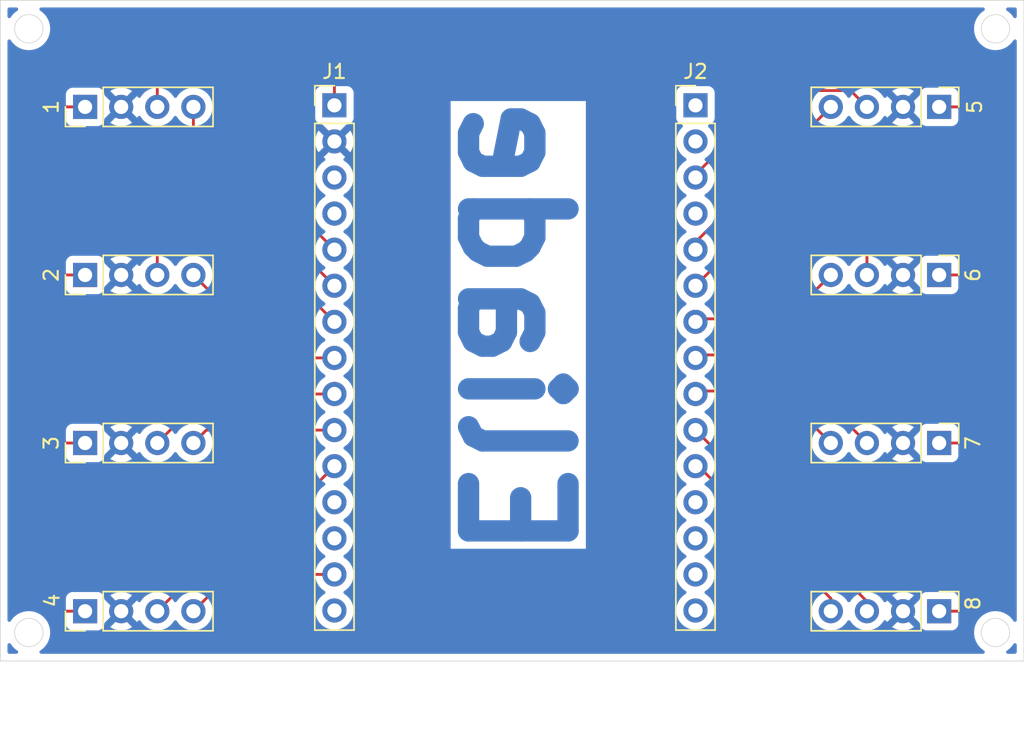
<source format=kicad_pcb>
(kicad_pcb (version 20241229) (generator "pcbnew") (generator_version "9.0")
  (layers (0 "F.Cu" jumper) (2 "B.Cu" signal) (13 "F.Paste" user) (15 "B.Paste" user) (5 "F.SilkS" user "F.Silkscreen") (7 "B.SilkS" user "B.Silkscreen") (1 "F.Mask" user) (3 "B.Mask" user) (25 "Edge.Cuts" user))
  (net 0 "")
  (net 2 "Net-(J1-Pin_14)")
  (net 6 "Net-(J1-Pin_5)")
  (net 7 "Net-(J1-Pin_6)")
  (net 8 "Net-(J1-Pin_8)")
  (net 10 "Net-(J1-Pin_7)")
  (net 11 "Net-(J1-Pin_10)")
  (net 12 "Net-(J1-Pin_9)")
  (net 13 "Net-(J1-Pin_11)")
  (net 14 "Net-(J2-Pin_3)")
  (net 15 "Net-(J2-Pin_5)")
  (net 16 "Net-(J2-Pin_6)")
  (net 22 "Net-(J2-Pin_8)")
  (net 23 "Net-(J2-Pin_9)")
  (net 24 "Net-(J2-Pin_7)")
  (net 25 "Net-(J2-Pin_10)")
  (net 28 "Net-(J2-Pin_11)")
  (net 29 "Net-(J1-Pin_2)")
  (net 30 "Net-(J1-Pin_1)")
  (footprint "Connector_PinHeader_2.54mm:PinHeader_1x04_P2.54mm_Vertical" (layer "F.Cu") (at 192.54 96.5 -90)
    (property "Reference" "8" (at -0.55 -2.38 90) (layer "F.SilkS"))
    (property "Value" "Conn_01x04_Pin")
    (fp_line (start -1.38 9) (end 1.38 9) (stroke (width 0.12)) (layer "F.SilkS"))
    (fp_line (start -1.38 1.27) (end -1.38 9) (stroke (width 0.12)) (layer "F.SilkS"))
    (fp_line (start -1.38 1.27) (end 1.38 1.27) (stroke (width 0.12)) (layer "F.SilkS"))
    (fp_line (start 1.38 1.27) (end 1.38 9) (stroke (width 0.12)) (layer "F.SilkS"))
    (fp_line (start -1.38 0) (end -1.38 -1.38) (stroke (width 0.12)) (layer "F.SilkS"))
    (fp_line (start -1.38 -1.38) (end 0 -1.38) (stroke (width 0.12)) (layer "F.SilkS"))
    (pad "1" thru_hole rect (at 0 0 270) (size 1.7 1.7) (drill 1) (layers "*.Cu" "*.Mask") (net 30 "Net-(J1-Pin_1)"))
    (pad "2" thru_hole circle (at 0 2.54 270) (size 1.7 1.7) (drill 1) (layers "*.Cu" "*.Mask") (net 29 "Net-(J1-Pin_2)"))
    (pad "3" thru_hole circle (at 0 5.08 270) (size 1.7 1.7) (drill 1) (layers "*.Cu" "*.Mask") (net 25 "Net-(J2-Pin_10)"))
    (pad "4" thru_hole circle (at 0 7.62 270) (size 1.7 1.7) (drill 1) (layers "*.Cu" "*.Mask") (net 28 "Net-(J2-Pin_11)"))
  )
  (footprint "Connector_PinHeader_2.54mm:PinHeader_1x04_P2.54mm_Vertical" (layer "F.Cu") (at 132.46 96.5 90)
    (property "Reference" "4" (at 0.75 -2.31 90) (layer "F.SilkS"))
    (property "Value" "Conn_01x04_Pin")
    (fp_line (start -1.38 -1.38) (end 0 -1.38) (stroke (width 0.12)) (layer "F.SilkS"))
    (fp_line (start -1.38 0) (end -1.38 -1.38) (stroke (width 0.12)) (layer "F.SilkS"))
    (fp_line (start 1.38 1.27) (end 1.38 9) (stroke (width 0.12)) (layer "F.SilkS"))
    (fp_line (start -1.38 1.27) (end 1.38 1.27) (stroke (width 0.12)) (layer "F.SilkS"))
    (fp_line (start -1.38 1.27) (end -1.38 9) (stroke (width 0.12)) (layer "F.SilkS"))
    (fp_line (start -1.38 9) (end 1.38 9) (stroke (width 0.12)) (layer "F.SilkS"))
    (pad "1" thru_hole rect (at 0 0 90) (size 1.7 1.7) (drill 1) (layers "*.Cu" "*.Mask") (net 30 "Net-(J1-Pin_1)"))
    (pad "2" thru_hole circle (at 0 2.54 90) (size 1.7 1.7) (drill 1) (layers "*.Cu" "*.Mask") (net 29 "Net-(J1-Pin_2)"))
    (pad "3" thru_hole circle (at 0 5.08 90) (size 1.7 1.7) (drill 1) (layers "*.Cu" "*.Mask") (net 13 "Net-(J1-Pin_11)"))
    (pad "4" thru_hole circle (at 0 7.62 90) (size 1.7 1.7) (drill 1) (layers "*.Cu" "*.Mask") (net 2 "Net-(J1-Pin_14)"))
  )
  (footprint "Connector_PinHeader_2.54mm:PinHeader_1x04_P2.54mm_Vertical" (layer "F.Cu") (at 132.46 72.83 90)
    (property "Reference" "2" (at 0 -2.38 90) (layer "F.SilkS"))
    (property "Value" "Conn_01x04_Pin")
    (fp_line (start -1.38 -1.38) (end 0 -1.38) (stroke (width 0.12)) (layer "F.SilkS"))
    (fp_line (start -1.38 0) (end -1.38 -1.38) (stroke (width 0.12)) (layer "F.SilkS"))
    (fp_line (start 1.38 1.27) (end 1.38 9) (stroke (width 0.12)) (layer "F.SilkS"))
    (fp_line (start -1.38 1.27) (end 1.38 1.27) (stroke (width 0.12)) (layer "F.SilkS"))
    (fp_line (start -1.38 1.27) (end -1.38 9) (stroke (width 0.12)) (layer "F.SilkS"))
    (fp_line (start -1.38 9) (end 1.38 9) (stroke (width 0.12)) (layer "F.SilkS"))
    (pad "1" thru_hole rect (at 0 0 90) (size 1.7 1.7) (drill 1) (layers "*.Cu" "*.Mask") (net 30 "Net-(J1-Pin_1)"))
    (pad "2" thru_hole circle (at 0 2.54 90) (size 1.7 1.7) (drill 1) (layers "*.Cu" "*.Mask") (net 29 "Net-(J1-Pin_2)"))
    (pad "3" thru_hole circle (at 0 5.08 90) (size 1.7 1.7) (drill 1) (layers "*.Cu" "*.Mask") (net 10 "Net-(J1-Pin_7)"))
    (pad "4" thru_hole circle (at 0 7.62 90) (size 1.7 1.7) (drill 1) (layers "*.Cu" "*.Mask") (net 8 "Net-(J1-Pin_8)"))
  )
  (footprint "Connector_PinHeader_2.54mm:PinHeader_1x04_P2.54mm_Vertical" (layer "F.Cu") (at 192.54 84.66 -90)
    (property "Reference" "7" (at 0 -2.38 90) (layer "F.SilkS"))
    (property "Value" "Conn_01x04_Pin")
    (fp_line (start -1.38 9) (end 1.38 9) (stroke (width 0.12)) (layer "F.SilkS"))
    (fp_line (start -1.38 1.27) (end -1.38 9) (stroke (width 0.12)) (layer "F.SilkS"))
    (fp_line (start -1.38 1.27) (end 1.38 1.27) (stroke (width 0.12)) (layer "F.SilkS"))
    (fp_line (start 1.38 1.27) (end 1.38 9) (stroke (width 0.12)) (layer "F.SilkS"))
    (fp_line (start -1.38 0) (end -1.38 -1.38) (stroke (width 0.12)) (layer "F.SilkS"))
    (fp_line (start -1.38 -1.38) (end 0 -1.38) (stroke (width 0.12)) (layer "F.SilkS"))
    (pad "1" thru_hole rect (at 0 0 270) (size 1.7 1.7) (drill 1) (layers "*.Cu" "*.Mask") (net 30 "Net-(J1-Pin_1)"))
    (pad "2" thru_hole circle (at 0 2.54 270) (size 1.7 1.7) (drill 1) (layers "*.Cu" "*.Mask") (net 29 "Net-(J1-Pin_2)"))
    (pad "3" thru_hole circle (at 0 5.08 270) (size 1.7 1.7) (drill 1) (layers "*.Cu" "*.Mask") (net 22 "Net-(J2-Pin_8)"))
    (pad "4" thru_hole circle (at 0 7.62 270) (size 1.7 1.7) (drill 1) (layers "*.Cu" "*.Mask") (net 23 "Net-(J2-Pin_9)"))
  )
  (footprint "Connector_PinHeader_2.54mm:PinHeader_1x04_P2.54mm_Vertical" (layer "F.Cu") (at 132.46 84.66 90)
    (property "Reference" "3" (at 0 -2.38 90) (layer "F.SilkS"))
    (property "Value" "Conn_01x04_Pin")
    (fp_line (start -1.38 -1.38) (end 0 -1.38) (stroke (width 0.12)) (layer "F.SilkS"))
    (fp_line (start -1.38 0) (end -1.38 -1.38) (stroke (width 0.12)) (layer "F.SilkS"))
    (fp_line (start 1.38 1.27) (end 1.38 9) (stroke (width 0.12)) (layer "F.SilkS"))
    (fp_line (start -1.38 1.27) (end 1.38 1.27) (stroke (width 0.12)) (layer "F.SilkS"))
    (fp_line (start -1.38 1.27) (end -1.38 9) (stroke (width 0.12)) (layer "F.SilkS"))
    (fp_line (start -1.38 9) (end 1.38 9) (stroke (width 0.12)) (layer "F.SilkS"))
    (pad "1" thru_hole rect (at 0 0 90) (size 1.7 1.7) (drill 1) (layers "*.Cu" "*.Mask") (net 30 "Net-(J1-Pin_1)"))
    (pad "2" thru_hole circle (at 0 2.54 90) (size 1.7 1.7) (drill 1) (layers "*.Cu" "*.Mask") (net 29 "Net-(J1-Pin_2)"))
    (pad "3" thru_hole circle (at 0 5.08 90) (size 1.7 1.7) (drill 1) (layers "*.Cu" "*.Mask") (net 12 "Net-(J1-Pin_9)"))
    (pad "4" thru_hole circle (at 0 7.62 90) (size 1.7 1.7) (drill 1) (layers "*.Cu" "*.Mask") (net 11 "Net-(J1-Pin_10)"))
  )
  (footprint "Connector_PinHeader_2.54mm:PinHeader_1x15_P2.54mm_Vertical" (layer "F.Cu") (at 150 60.89)
    (property "Reference" "J1" (at 0 -2.38 0) (layer "F.SilkS"))
    (property "Value" "Conn_01x16_Pin")
    (fp_line (start -1.38 -1.38) (end 0 -1.38) (stroke (width 0.12)) (layer "F.SilkS"))
    (fp_line (start -1.38 0) (end -1.38 -1.38) (stroke (width 0.12)) (layer "F.SilkS"))
    (fp_line (start -1.38 1.27) (end -1.38 36.94) (stroke (width 0.12)) (layer "F.SilkS"))
    (fp_line (start -1.38 1.27) (end 1.38 1.27) (stroke (width 0.12)) (layer "F.SilkS"))
    (fp_line (start -1.38 36.94) (end 1.38 36.94) (stroke (width 0.12)) (layer "F.SilkS"))
    (fp_line (start 1.38 1.27) (end 1.38 36.94) (stroke (width 0.12)) (layer "F.SilkS"))
    (pad "1" thru_hole rect (at 0 0) (size 1.7 1.7) (drill 1) (layers "*.Cu" "*.Mask") (net 30 "Net-(J1-Pin_1)"))
    (pad "2" thru_hole circle (at 0 2.54) (size 1.7 1.7) (drill 1) (layers "*.Cu" "*.Mask") (net 29 "Net-(J1-Pin_2)"))
    (pad "3" thru_hole circle (at 0 5.08) (size 1.7 1.7) (drill 1) (layers "*.Cu" "*.Mask"))
    (pad "4" thru_hole circle (at 0 7.62) (size 1.7 1.7) (drill 1) (layers "*.Cu" "*.Mask"))
    (pad "5" thru_hole circle (at 0 10.16) (size 1.7 1.7) (drill 1) (layers "*.Cu" "*.Mask") (net 6 "Net-(J1-Pin_5)"))
    (pad "6" thru_hole circle (at 0 12.7) (size 1.7 1.7) (drill 1) (layers "*.Cu" "*.Mask") (net 7 "Net-(J1-Pin_6)"))
    (pad "7" thru_hole circle (at 0 15.24) (size 1.7 1.7) (drill 1) (layers "*.Cu" "*.Mask") (net 10 "Net-(J1-Pin_7)"))
    (pad "8" thru_hole circle (at 0 17.78) (size 1.7 1.7) (drill 1) (layers "*.Cu" "*.Mask") (net 8 "Net-(J1-Pin_8)"))
    (pad "9" thru_hole circle (at 0 20.32) (size 1.7 1.7) (drill 1) (layers "*.Cu" "*.Mask") (net 12 "Net-(J1-Pin_9)"))
    (pad "10" thru_hole circle (at 0 22.86) (size 1.7 1.7) (drill 1) (layers "*.Cu" "*.Mask") (net 11 "Net-(J1-Pin_10)"))
    (pad "11" thru_hole circle (at 0 25.4) (size 1.7 1.7) (drill 1) (layers "*.Cu" "*.Mask") (net 13 "Net-(J1-Pin_11)"))
    (pad "12" thru_hole circle (at 0 27.94) (size 1.7 1.7) (drill 1) (layers "*.Cu" "*.Mask"))
    (pad "13" thru_hole circle (at 0 30.48) (size 1.7 1.7) (drill 1) (layers "*.Cu" "*.Mask"))
    (pad "14" thru_hole circle (at 0 33.02) (size 1.7 1.7) (drill 1) (layers "*.Cu" "*.Mask") (net 2 "Net-(J1-Pin_14)"))
    (pad "15" thru_hole circle (at 0 35.56) (size 1.7 1.7) (drill 1) (layers "*.Cu" "*.Mask"))
  )
  (footprint "Connector_PinHeader_2.54mm:PinHeader_1x04_P2.54mm_Vertical" (layer "F.Cu") (at 192.54 72.83 -90)
    (property "Reference" "6" (at 0 -2.38 90) (layer "F.SilkS"))
    (property "Value" "Conn_01x04_Pin")
    (fp_line (start -1.38 9) (end 1.38 9) (stroke (width 0.12)) (layer "F.SilkS"))
    (fp_line (start -1.38 1.27) (end -1.38 9) (stroke (width 0.12)) (layer "F.SilkS"))
    (fp_line (start -1.38 1.27) (end 1.38 1.27) (stroke (width 0.12)) (layer "F.SilkS"))
    (fp_line (start 1.38 1.27) (end 1.38 9) (stroke (width 0.12)) (layer "F.SilkS"))
    (fp_line (start -1.38 0) (end -1.38 -1.38) (stroke (width 0.12)) (layer "F.SilkS"))
    (fp_line (start -1.38 -1.38) (end 0 -1.38) (stroke (width 0.12)) (layer "F.SilkS"))
    (pad "1" thru_hole rect (at 0 0 270) (size 1.7 1.7) (drill 1) (layers "*.Cu" "*.Mask") (net 30 "Net-(J1-Pin_1)"))
    (pad "2" thru_hole circle (at 0 2.54 270) (size 1.7 1.7) (drill 1) (layers "*.Cu" "*.Mask") (net 29 "Net-(J1-Pin_2)"))
    (pad "3" thru_hole circle (at 0 5.08 270) (size 1.7 1.7) (drill 1) (layers "*.Cu" "*.Mask") (net 16 "Net-(J2-Pin_6)"))
    (pad "4" thru_hole circle (at 0 7.62 270) (size 1.7 1.7) (drill 1) (layers "*.Cu" "*.Mask") (net 24 "Net-(J2-Pin_7)"))
  )
  (footprint "Connector_PinHeader_2.54mm:PinHeader_1x04_P2.54mm_Vertical" (layer "F.Cu") (at 132.46 61 90)
    (property "Reference" "1" (at 0 -2.38 90) (layer "F.SilkS"))
    (property "Value" "Conn_01x04_Pin")
    (fp_line (start -1.38 -1.38) (end 0 -1.38) (stroke (width 0.12)) (layer "F.SilkS"))
    (fp_line (start -1.38 0) (end -1.38 -1.38) (stroke (width 0.12)) (layer "F.SilkS"))
    (fp_line (start 1.38 1.27) (end 1.38 9) (stroke (width 0.12)) (layer "F.SilkS"))
    (fp_line (start -1.38 1.27) (end 1.38 1.27) (stroke (width 0.12)) (layer "F.SilkS"))
    (fp_line (start -1.38 1.27) (end -1.38 9) (stroke (width 0.12)) (layer "F.SilkS"))
    (fp_line (start -1.38 9) (end 1.38 9) (stroke (width 0.12)) (layer "F.SilkS"))
    (pad "1" thru_hole rect (at 0 0 90) (size 1.7 1.7) (drill 1) (layers "*.Cu" "*.Mask") (net 30 "Net-(J1-Pin_1)"))
    (pad "2" thru_hole circle (at 0 2.54 90) (size 1.7 1.7) (drill 1) (layers "*.Cu" "*.Mask") (net 29 "Net-(J1-Pin_2)"))
    (pad "3" thru_hole circle (at 0 5.08 90) (size 1.7 1.7) (drill 1) (layers "*.Cu" "*.Mask") (net 6 "Net-(J1-Pin_5)"))
    (pad "4" thru_hole circle (at 0 7.62 90) (size 1.7 1.7) (drill 1) (layers "*.Cu" "*.Mask") (net 7 "Net-(J1-Pin_6)"))
  )
  (footprint "Connector_PinHeader_2.54mm:PinHeader_1x15_P2.54mm_Vertical" (layer "F.Cu") (at 175.4 60.89)
    (property "Reference" "J2" (at 0 -2.38 0) (layer "F.SilkS"))
    (property "Value" "Conn_01x16_Pin")
    (fp_line (start -1.38 -1.38) (end 0 -1.38) (stroke (width 0.12)) (layer "F.SilkS"))
    (fp_line (start -1.38 0) (end -1.38 -1.38) (stroke (width 0.12)) (layer "F.SilkS"))
    (fp_line (start -1.38 1.27) (end -1.38 36.94) (stroke (width 0.12)) (layer "F.SilkS"))
    (fp_line (start -1.38 1.27) (end 1.38 1.27) (stroke (width 0.12)) (layer "F.SilkS"))
    (fp_line (start -1.38 36.94) (end 1.38 36.94) (stroke (width 0.12)) (layer "F.SilkS"))
    (fp_line (start 1.38 1.27) (end 1.38 36.94) (stroke (width 0.12)) (layer "F.SilkS"))
    (pad "1" thru_hole rect (at 0 0) (size 1.7 1.7) (drill 1) (layers "*.Cu" "*.Mask"))
    (pad "2" thru_hole circle (at 0 2.54) (size 1.7 1.7) (drill 1) (layers "*.Cu" "*.Mask"))
    (pad "3" thru_hole circle (at 0 5.08) (size 1.7 1.7) (drill 1) (layers "*.Cu" "*.Mask") (net 14 "Net-(J2-Pin_3)"))
    (pad "4" thru_hole circle (at 0 7.62) (size 1.7 1.7) (drill 1) (layers "*.Cu" "*.Mask"))
    (pad "5" thru_hole circle (at 0 10.16) (size 1.7 1.7) (drill 1) (layers "*.Cu" "*.Mask") (net 15 "Net-(J2-Pin_5)"))
    (pad "6" thru_hole circle (at 0 12.7) (size 1.7 1.7) (drill 1) (layers "*.Cu" "*.Mask") (net 16 "Net-(J2-Pin_6)"))
    (pad "7" thru_hole circle (at 0 15.24) (size 1.7 1.7) (drill 1) (layers "*.Cu" "*.Mask") (net 24 "Net-(J2-Pin_7)"))
    (pad "8" thru_hole circle (at 0 17.78) (size 1.7 1.7) (drill 1) (layers "*.Cu" "*.Mask") (net 22 "Net-(J2-Pin_8)"))
    (pad "9" thru_hole circle (at 0 20.32) (size 1.7 1.7) (drill 1) (layers "*.Cu" "*.Mask") (net 23 "Net-(J2-Pin_9)"))
    (pad "10" thru_hole circle (at 0 22.86) (size 1.7 1.7) (drill 1) (layers "*.Cu" "*.Mask") (net 25 "Net-(J2-Pin_10)"))
    (pad "11" thru_hole circle (at 0 25.4) (size 1.7 1.7) (drill 1) (layers "*.Cu" "*.Mask") (net 28 "Net-(J2-Pin_11)"))
    (pad "12" thru_hole circle (at 0 27.94) (size 1.7 1.7) (drill 1) (layers "*.Cu" "*.Mask"))
    (pad "13" thru_hole circle (at 0 30.48) (size 1.7 1.7) (drill 1) (layers "*.Cu" "*.Mask"))
    (pad "14" thru_hole circle (at 0 33.02) (size 1.7 1.7) (drill 1) (layers "*.Cu" "*.Mask"))
    (pad "15" thru_hole circle (at 0 35.56) (size 1.7 1.7) (drill 1) (layers "*.Cu" "*.Mask"))
  )
  (footprint "Connector_PinHeader_2.54mm:PinHeader_1x04_P2.54mm_Vertical" (layer "F.Cu") (at 192.54 61 -90)
    (property "Reference" "5" (at 0 -2.5 90) (layer "F.SilkS"))
    (property "Value" "Conn_01x04_Pin")
    (fp_line (start -1.38 9) (end 1.38 9) (stroke (width 0.12)) (layer "F.SilkS"))
    (fp_line (start -1.38 1.27) (end -1.38 9) (stroke (width 0.12)) (layer "F.SilkS"))
    (fp_line (start -1.38 1.27) (end 1.38 1.27) (stroke (width 0.12)) (layer "F.SilkS"))
    (fp_line (start 1.38 1.27) (end 1.38 9) (stroke (width 0.12)) (layer "F.SilkS"))
    (fp_line (start -1.38 0) (end -1.38 -1.38) (stroke (width 0.12)) (layer "F.SilkS"))
    (fp_line (start -1.38 -1.38) (end 0 -1.38) (stroke (width 0.12)) (layer "F.SilkS"))
    (pad "1" thru_hole rect (at 0 0 270) (size 1.7 1.7) (drill 1) (layers "*.Cu" "*.Mask") (net 30 "Net-(J1-Pin_1)"))
    (pad "2" thru_hole circle (at 0 2.54 270) (size 1.7 1.7) (drill 1) (layers "*.Cu" "*.Mask") (net 29 "Net-(J1-Pin_2)"))
    (pad "3" thru_hole circle (at 0 5.08 270) (size 1.7 1.7) (drill 1) (layers "*.Cu" "*.Mask") (net 14 "Net-(J2-Pin_3)"))
    (pad "4" thru_hole circle (at 0 7.62 270) (size 1.7 1.7) (drill 1) (layers "*.Cu" "*.Mask") (net 15 "Net-(J2-Pin_5)"))
  )
  (gr_line (start 197.5 61.1) (end 197.5 59.5) (stroke (width 0.2)) (layer "F.Cu") (net 30))
  (gr_line (start 192.5 54.5) (end 189.7 54.5) (stroke (width 0.2)) (layer "F.Cu") (net 30))
  (gr_line (start 149 54.5) (end 190.5 54.5) (stroke (width 0.2)) (layer "F.Cu") (net 30))
  (gr_line (start 127.5 61) (end 127.5 59.7) (stroke (width 0.2)) (layer "F.Cu") (net 30))
  (gr_line (start 197.5 59.5) (end 192.5 54.5) (stroke (width 0.2)) (layer "F.Cu") (net 30))
  (gr_line (start 127.5 59.7) (end 132.7 54.5) (stroke (width 0.2)) (layer "F.Cu") (net 30))
  (gr_line (start 148.1 54.5) (end 132.7 54.5) (stroke (width 0.2)) (layer "F.Cu") (net 30))
  (gr_circle (center 128.5 98) (end 129.5 98) (stroke (width 0.05)) (fill no) (layer "Edge.Cuts"))
  (gr_circle (center 196.5 98) (end 197.5 98) (stroke (width 0.05)) (fill no) (layer "Edge.Cuts"))
  (gr_circle (center 196.5 55.5) (end 197.5 55.5) (stroke (width 0.05)) (fill no) (layer "Edge.Cuts"))
  (gr_line (start 198.5 100) (end 198.5 53.5) (stroke (width 0.05)) (layer "Edge.Cuts"))
  (gr_line (start 126.5 100) (end 198.5 100) (stroke (width 0.05)) (layer "Edge.Cuts"))
  (gr_line (start 126.5 100) (end 126.5 53.5) (stroke (width 0.05)) (layer "Edge.Cuts"))
  (gr_circle (center 128.5 55.5) (end 129.5 55.5) (stroke (width 0.05)) (fill no) (layer "Edge.Cuts"))
  (gr_line (start 198.5 53.5) (end 126.5 53.5) (stroke (width 0.05)) (layer "Edge.Cuts"))
  (gr_text "Eliade" (at 158.5 93.5 270) (layer "B.Cu") (effects (font (size 7 7) (thickness 1.5) (bold yes)) (justify left bottom mirror)))
  (segment (start 140.08 96.5) (end 142.67 93.91) (width 0.2) (layer "F.Cu") (net 2))
  (segment (start 142.67 93.91) (end 150 93.91) (width 0.2) (layer "F.Cu") (net 2))
  (segment (start 145.5 57.5) (end 139 57.5) (width 0.2) (layer "F.Cu") (net 6))
  (segment (start 137.54 58.96) (end 137.54 61) (width 0.2) (layer "F.Cu") (net 6))
  (segment (start 146.5 58.5) (end 145.5 57.5) (width 0.2) (layer "F.Cu") (net 6))
  (segment (start 150 71.05) (end 146.5 67.55) (width 0.2) (layer "F.Cu") (net 6))
  (segment (start 139 57.5) (end 137.54 58.96) (width 0.2) (layer "F.Cu") (net 6))
  (segment (start 146.5 67.55) (end 146.5 58.5) (width 0.2) (layer "F.Cu") (net 6))
  (segment (start 140.08 61) (end 140.08 63.67) (width 0.2) (layer "F.Cu") (net 7))
  (segment (start 140.08 63.67) (end 150 73.59) (width 0.2) (layer "F.Cu") (net 7))
  (segment (start 140.08 72.83) (end 145.92 78.67) (width 0.2) (layer "F.Cu") (net 8))
  (segment (start 145.92 78.67) (end 150 78.67) (width 0.2) (layer "F.Cu") (net 8))
  (segment (start 137.54 69.46) (end 137.54 72.83) (width 0.2) (layer "F.Cu") (net 10))
  (segment (start 139 68) (end 137.54 69.46) (width 0.2) (layer "F.Cu") (net 10))
  (segment (start 141.87 68) (end 139 68) (width 0.2) (layer "F.Cu") (net 10))
  (segment (start 150 76.13) (end 141.87 68) (width 0.2) (layer "F.Cu") (net 10))
  (segment (start 140.08 84.66) (end 140.99 83.75) (width 0.2) (layer "F.Cu") (net 11))
  (segment (start 140.99 83.75) (end 150 83.75) (width 0.2) (layer "F.Cu") (net 11))
  (segment (start 140.99 81.21) (end 150 81.21) (width 0.2) (layer "F.Cu") (net 12))
  (segment (start 137.54 84.66) (end 140.99 81.21) (width 0.2) (layer "F.Cu") (net 12))
  (segment (start 143.821 90.219) (end 146.071 90.219) (width 0.2) (layer "F.Cu") (net 13))
  (segment (start 146.071 90.219) (end 150 86.29) (width 0.2) (layer "F.Cu") (net 13))
  (segment (start 137.54 96.5) (end 143.821 90.219) (width 0.2) (layer "F.Cu") (net 13))
  (segment (start 187.46 61) (end 186.309 59.849) (width 0.2) (layer "F.Cu") (net 14))
  (segment (start 181.311 59.849) (end 175.4 65.76) (width 0.2) (layer "F.Cu") (net 14))
  (segment (start 186.309 59.849) (end 181.311 59.849) (width 0.2) (layer "F.Cu") (net 14))
  (segment (start 175.4 70.52) (end 175.4 70.84) (width 0.2) (layer "F.Cu") (net 15))
  (segment (start 184.92 61) (end 175.4 70.52) (width 0.2) (layer "F.Cu") (net 15))
  (segment (start 187.5 68) (end 186 66.5) (width 0.2) (layer "F.Cu") (net 16))
  (segment (start 186 66.5) (end 182.49 66.5) (width 0.2) (layer "F.Cu") (net 16))
  (segment (start 187.46 68.04) (end 187.5 68) (width 0.2) (layer "F.Cu") (net 16))
  (segment (start 187.46 72.83) (end 187.46 68.04) (width 0.2) (layer "F.Cu") (net 16))
  (segment (start 182.49 66.5) (end 175.4 73.59) (width 0.2) (layer "F.Cu") (net 16))
  (segment (start 181.26 78.46) (end 175.4 78.46) (width 0.2) (layer "F.Cu") (net 22))
  (segment (start 187.46 84.66) (end 181.26 78.46) (width 0.2) (layer "F.Cu") (net 22))
  (segment (start 184.92 84.66) (end 181.26 81) (width 0.2) (layer "F.Cu") (net 23))
  (segment (start 181.26 81) (end 175.4 81) (width 0.2) (layer "F.Cu") (net 23))
  (segment (start 181.83 75.92) (end 175.4 75.92) (width 0.2) (layer "F.Cu") (net 24))
  (segment (start 184.92 72.83) (end 181.83 75.92) (width 0.2) (layer "F.Cu") (net 24))
  (segment (start 175.4 84.44) (end 175.4 83.54) (width 0.2) (layer "F.Cu") (net 25))
  (segment (start 175.4 83.75) (end 187.46 95.81) (width 0.2) (layer "F.Cu") (net 25))
  (segment (start 187.46 95.81) (end 187.46 96.5) (width 0.2) (layer "F.Cu") (net 25))
  (segment (start 184.92 96.5) (end 184.92 95.6) (width 0.2) (layer "F.Cu") (net 28))
  (segment (start 184.92 95.6) (end 175.4 86.08) (width 0.2) (layer "F.Cu") (net 28))
  (segment (start 192.54 96.5) (end 194.4 96.5) (width 0.2) (layer "F.Cu") (net 30))
  (segment (start 132.46 96.5) (end 130.8 96.5) (width 0.2) (layer "F.Cu") (net 30))
  (segment (start 149 54.5) (end 148 54.5) (width 0.2) (layer "F.Cu") (net 30))
  (segment (start 127.5 61.1) (end 127.5 71) (width 0.2) (layer "F.Cu") (net 30))
  (segment (start 128.2 61) (end 127.5 60.3) (width 0.2) (layer "F.Cu") (net 30))
  (segment (start 197.5 70.5) (end 197.5 72.5) (width 0.2) (layer "F.Cu") (net 30))
  (segment (start 132.46 72.83) (end 129.33 72.83) (width 0.2) (layer "F.Cu") (net 30))
  (segment (start 195.34 84.66) (end 197.5 82.5) (width 0.2) (layer "F.Cu") (net 30))
  (segment (start 132.46 84.66) (end 129.66 84.66) (width 0.2) (layer "F.Cu") (net 30))
  (segment (start 197.5 61) (end 197.5 70.5) (width 0.2) (layer "F.Cu") (net 30))
  (segment (start 192.54 84.66) (end 195.34 84.66) (width 0.2) (layer "F.Cu") (net 30))
  (segment (start 127.5 73) (end 127.5 82.5) (width 0.2) (layer "F.Cu") (net 30))
  (segment (start 197.5 93.4) (end 197.5 82.5) (width 0.2) (layer "F.Cu") (net 30))
  (segment (start 150 55.5) (end 149 54.5) (width 0.2) (layer "F.Cu") (net 30))
  (segment (start 130.8 96.5) (end 127.5 93.2) (width 0.2) (layer "F.Cu") (net 30))
  (segment (start 192.54 61) (end 196.7 61) (width 0.2) (layer "F.Cu") (net 30))
  (segment (start 132.46 61) (end 128.2 61) (width 0.2) (layer "F.Cu") (net 30))
  (segment (start 196.7 61) (end 197.5 60.2) (width 0.2) (layer "F.Cu") (net 30))
  (segment (start 129.66 84.66) (end 127.5 82.5) (width 0.2) (layer "F.Cu") (net 30))
  (segment (start 127.5 72.5) (end 127.5 73) (width 0.2) (layer "F.Cu") (net 30))
  (segment (start 192.54 72.83) (end 195.17 72.83) (width 0.2) (layer "F.Cu") (net 30))
  (segment (start 129.33 72.83) (end 127.5 71) (width 0.2) (layer "F.Cu") (net 30))
  (segment (start 150 60.89) (end 150 55.5) (width 0.2) (layer "F.Cu") (net 30))
  (segment (start 195.17 72.83) (end 197.5 70.5) (width 0.2) (layer "F.Cu") (net 30))
  (segment (start 127.5 93.2) (end 127.5 82.5) (width 0.2) (layer "F.Cu") (net 30))
  (segment (start 197.5 72.5) (end 197.5 82.5) (width 0.2) (layer "F.Cu") (net 30))
  (segment (start 127.5 61) (end 127.5 61.1) (width 0.2) (layer "F.Cu") (net 30))
  (segment (start 194.4 96.5) (end 197.5 93.4) (width 0.2) (layer "F.Cu") (net 30))
  (segment (start 127.5 71) (end 127.5 72.5) (width 0.2) (layer "F.Cu") (net 30))
  (zone (net 29) (net_name "Net-(J1-Pin_2)") (layer "B.Cu") (name "GND") (connect_pads (clearance 0.5)) (min_thickness 0.25) (fill yes (thermal_gap 0.5) (thermal_bridge_width 0.5) (smoothing chamfer) (island_removal_mode 1) (island_area_min 10))
    (polygon (pts (xy 126.5 53.5) (xy 198.5 53.5) (xy 198.5 100) (xy 126.5 100)))
  )
)
</source>
